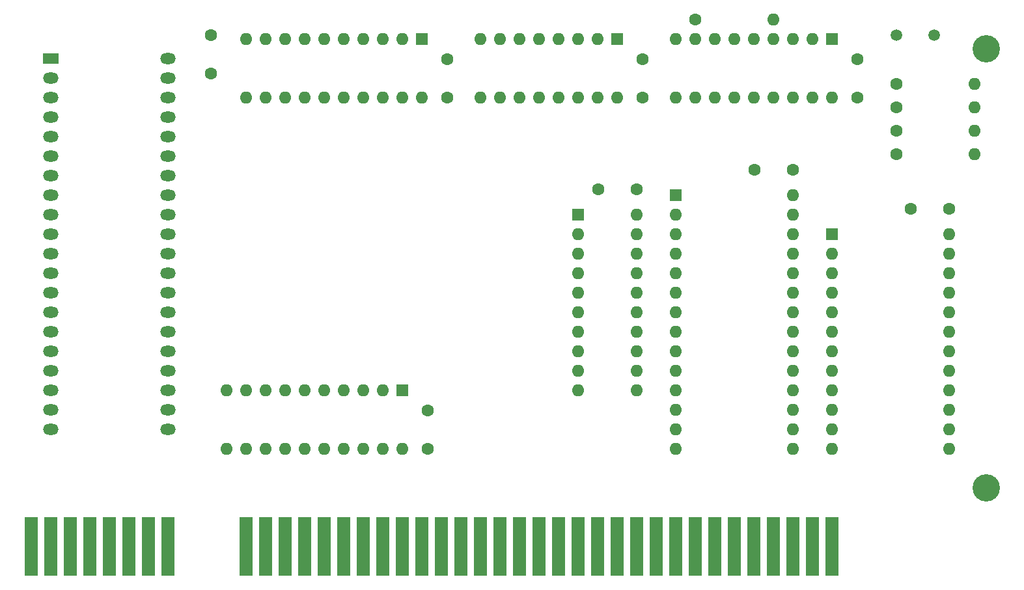
<source format=gbr>
G04 #@! TF.GenerationSoftware,KiCad,Pcbnew,(5.1.8)-1*
G04 #@! TF.CreationDate,2022-07-22T12:19:48-06:00*
G04 #@! TF.ProjectId,8088,38303838-2e6b-4696-9361-645f70636258,rev?*
G04 #@! TF.SameCoordinates,Original*
G04 #@! TF.FileFunction,Soldermask,Top*
G04 #@! TF.FilePolarity,Negative*
%FSLAX46Y46*%
G04 Gerber Fmt 4.6, Leading zero omitted, Abs format (unit mm)*
G04 Created by KiCad (PCBNEW (5.1.8)-1) date 2022-07-22 12:19:48*
%MOMM*%
%LPD*%
G01*
G04 APERTURE LIST*
%ADD10O,2.000000X1.440000*%
%ADD11R,2.000000X1.440000*%
%ADD12C,1.600000*%
%ADD13C,1.500000*%
%ADD14O,1.600000X1.600000*%
%ADD15R,1.600000X1.600000*%
%ADD16R,1.780000X7.620000*%
%ADD17C,3.556000*%
G04 APERTURE END LIST*
D10*
G04 #@! TO.C,U1*
X75176380Y-114528600D03*
X59936380Y-114528600D03*
X75176380Y-111988600D03*
X59936380Y-111988600D03*
X75176380Y-109448600D03*
X59936380Y-109448600D03*
X75176380Y-106908600D03*
X59936380Y-106908600D03*
X75176380Y-104368600D03*
X59936380Y-104368600D03*
X75176380Y-101828600D03*
X59936380Y-101828600D03*
X75176380Y-99288600D03*
X59936380Y-99288600D03*
X75176380Y-96748600D03*
X59936380Y-96748600D03*
X75176380Y-94208600D03*
X59936380Y-94208600D03*
X75176380Y-91668600D03*
X59936380Y-91668600D03*
X75176380Y-89128600D03*
X59936380Y-89128600D03*
X75176380Y-86588600D03*
X59936380Y-86588600D03*
X75176380Y-84048600D03*
X59936380Y-84048600D03*
X75176380Y-81508600D03*
X59936380Y-81508600D03*
X75176380Y-78968600D03*
X59936380Y-78968600D03*
X75176380Y-76428600D03*
X59936380Y-76428600D03*
X75176380Y-73888600D03*
X59936380Y-73888600D03*
X75176380Y-71348600D03*
X59936380Y-71348600D03*
X75176380Y-68808600D03*
X59936380Y-68808600D03*
X75176380Y-66268600D03*
D11*
X59936380Y-66268600D03*
G04 #@! TD*
D12*
G04 #@! TO.C,C1*
X80764380Y-68220600D03*
X80764380Y-63220600D03*
G04 #@! TD*
D13*
G04 #@! TO.C,Y1*
X174818380Y-63220600D03*
X169918380Y-63220600D03*
G04 #@! TD*
D14*
G04 #@! TO.C,U5*
X133596380Y-71348600D03*
X115816380Y-63728600D03*
X131056380Y-71348600D03*
X118356380Y-63728600D03*
X128516380Y-71348600D03*
X120896380Y-63728600D03*
X125976380Y-71348600D03*
X123436380Y-63728600D03*
X123436380Y-71348600D03*
X125976380Y-63728600D03*
X120896380Y-71348600D03*
X128516380Y-63728600D03*
X118356380Y-71348600D03*
X131056380Y-63728600D03*
X115816380Y-71348600D03*
D15*
X133596380Y-63728600D03*
G04 #@! TD*
D14*
G04 #@! TO.C,U8*
X176776380Y-89128600D03*
X161536380Y-117068600D03*
X176776380Y-91668600D03*
X161536380Y-114528600D03*
X176776380Y-94208600D03*
X161536380Y-111988600D03*
X176776380Y-96748600D03*
X161536380Y-109448600D03*
X176776380Y-99288600D03*
X161536380Y-106908600D03*
X176776380Y-101828600D03*
X161536380Y-104368600D03*
X176776380Y-104368600D03*
X161536380Y-101828600D03*
X176776380Y-106908600D03*
X161536380Y-99288600D03*
X176776380Y-109448600D03*
X161536380Y-96748600D03*
X176776380Y-111988600D03*
X161536380Y-94208600D03*
X176776380Y-114528600D03*
X161536380Y-91668600D03*
X176776380Y-117068600D03*
D15*
X161536380Y-89128600D03*
G04 #@! TD*
D14*
G04 #@! TO.C,U7*
X156456380Y-84048600D03*
X141216380Y-117068600D03*
X156456380Y-86588600D03*
X141216380Y-114528600D03*
X156456380Y-89128600D03*
X141216380Y-111988600D03*
X156456380Y-91668600D03*
X141216380Y-109448600D03*
X156456380Y-94208600D03*
X141216380Y-106908600D03*
X156456380Y-96748600D03*
X141216380Y-104368600D03*
X156456380Y-99288600D03*
X141216380Y-101828600D03*
X156456380Y-101828600D03*
X141216380Y-99288600D03*
X156456380Y-104368600D03*
X141216380Y-96748600D03*
X156456380Y-106908600D03*
X141216380Y-94208600D03*
X156456380Y-109448600D03*
X141216380Y-91668600D03*
X156456380Y-111988600D03*
X141216380Y-89128600D03*
X156456380Y-114528600D03*
X141216380Y-86588600D03*
X156456380Y-117068600D03*
D15*
X141216380Y-84048600D03*
G04 #@! TD*
D14*
G04 #@! TO.C,U6*
X161536380Y-71348600D03*
X141216380Y-63728600D03*
X158996380Y-71348600D03*
X143756380Y-63728600D03*
X156456380Y-71348600D03*
X146296380Y-63728600D03*
X153916380Y-71348600D03*
X148836380Y-63728600D03*
X151376380Y-71348600D03*
X151376380Y-63728600D03*
X148836380Y-71348600D03*
X153916380Y-63728600D03*
X146296380Y-71348600D03*
X156456380Y-63728600D03*
X143756380Y-71348600D03*
X158996380Y-63728600D03*
X141216380Y-71348600D03*
D15*
X161536380Y-63728600D03*
G04 #@! TD*
D14*
G04 #@! TO.C,R4*
X180078380Y-75666600D03*
D12*
X169918380Y-75666600D03*
G04 #@! TD*
D14*
G04 #@! TO.C,R2*
X180078380Y-69570600D03*
D12*
X169918380Y-69570600D03*
G04 #@! TD*
D14*
G04 #@! TO.C,R3*
X180078380Y-72618600D03*
D12*
X169918380Y-72618600D03*
G04 #@! TD*
D14*
G04 #@! TO.C,R1*
X153916380Y-61188600D03*
D12*
X143756380Y-61188600D03*
G04 #@! TD*
D14*
G04 #@! TO.C,R5*
X180078380Y-78714600D03*
D12*
X169918380Y-78714600D03*
G04 #@! TD*
G04 #@! TO.C,C8*
X176776380Y-85826600D03*
X171776380Y-85826600D03*
G04 #@! TD*
G04 #@! TO.C,C7*
X156456380Y-80746600D03*
X151456380Y-80746600D03*
G04 #@! TD*
G04 #@! TO.C,C6*
X164838380Y-71348600D03*
X164838380Y-66348600D03*
G04 #@! TD*
G04 #@! TO.C,C5*
X136898380Y-71348600D03*
X136898380Y-66348600D03*
G04 #@! TD*
D16*
G04 #@! TO.C,J1*
X57396380Y-129768600D03*
X59936380Y-129768600D03*
X62476380Y-129768600D03*
X65016380Y-129768600D03*
X67556380Y-129768600D03*
X70096380Y-129768600D03*
X72636380Y-129768600D03*
X75176380Y-129768600D03*
G04 #@! TD*
D14*
G04 #@! TO.C,U4*
X136136380Y-86588600D03*
X128516380Y-109448600D03*
X136136380Y-89128600D03*
X128516380Y-106908600D03*
X136136380Y-91668600D03*
X128516380Y-104368600D03*
X136136380Y-94208600D03*
X128516380Y-101828600D03*
X136136380Y-96748600D03*
X128516380Y-99288600D03*
X136136380Y-99288600D03*
X128516380Y-96748600D03*
X136136380Y-101828600D03*
X128516380Y-94208600D03*
X136136380Y-104368600D03*
X128516380Y-91668600D03*
X136136380Y-106908600D03*
X128516380Y-89128600D03*
X136136380Y-109448600D03*
D15*
X128516380Y-86588600D03*
G04 #@! TD*
D14*
G04 #@! TO.C,U2*
X108196380Y-71348600D03*
X85336380Y-63728600D03*
X105656380Y-71348600D03*
X87876380Y-63728600D03*
X103116380Y-71348600D03*
X90416380Y-63728600D03*
X100576380Y-71348600D03*
X92956380Y-63728600D03*
X98036380Y-71348600D03*
X95496380Y-63728600D03*
X95496380Y-71348600D03*
X98036380Y-63728600D03*
X92956380Y-71348600D03*
X100576380Y-63728600D03*
X90416380Y-71348600D03*
X103116380Y-63728600D03*
X87876380Y-71348600D03*
X105656380Y-63728600D03*
X85336380Y-71348600D03*
D15*
X108196380Y-63728600D03*
G04 #@! TD*
D14*
G04 #@! TO.C,U3*
X105656380Y-117068600D03*
X82796380Y-109448600D03*
X103116380Y-117068600D03*
X85336380Y-109448600D03*
X100576380Y-117068600D03*
X87876380Y-109448600D03*
X98036380Y-117068600D03*
X90416380Y-109448600D03*
X95496380Y-117068600D03*
X92956380Y-109448600D03*
X92956380Y-117068600D03*
X95496380Y-109448600D03*
X90416380Y-117068600D03*
X98036380Y-109448600D03*
X87876380Y-117068600D03*
X100576380Y-109448600D03*
X85336380Y-117068600D03*
X103116380Y-109448600D03*
X82796380Y-117068600D03*
D15*
X105656380Y-109448600D03*
G04 #@! TD*
D12*
G04 #@! TO.C,C4*
X136136380Y-83286600D03*
X131136380Y-83286600D03*
G04 #@! TD*
G04 #@! TO.C,C3*
X108958380Y-117068600D03*
X108958380Y-112068600D03*
G04 #@! TD*
G04 #@! TO.C,C2*
X111498380Y-71348600D03*
X111498380Y-66348600D03*
G04 #@! TD*
D16*
G04 #@! TO.C,J9*
X85336380Y-129768600D03*
X87876380Y-129768600D03*
X90416380Y-129768600D03*
X92956380Y-129768600D03*
X95496380Y-129768600D03*
X98036380Y-129768600D03*
X100576380Y-129768600D03*
X103116380Y-129768600D03*
X105656380Y-129768600D03*
X108196380Y-129768600D03*
X110736380Y-129768600D03*
X113276380Y-129768600D03*
X115816380Y-129768600D03*
X118356380Y-129768600D03*
X120896380Y-129768600D03*
X123436380Y-129768600D03*
X125976380Y-129768600D03*
X128516380Y-129768600D03*
X131056380Y-129768600D03*
X133596380Y-129768600D03*
X136136380Y-129768600D03*
X138676380Y-129768600D03*
X141216380Y-129768600D03*
X143756380Y-129768600D03*
X146296380Y-129768600D03*
X148836380Y-129768600D03*
X151376380Y-129768600D03*
X153916380Y-129768600D03*
X156456380Y-129768600D03*
X158996380Y-129768600D03*
X161536380Y-129768600D03*
G04 #@! TD*
D17*
G04 #@! TO.C,R*
X181602380Y-122148600D03*
G04 #@! TD*
G04 #@! TO.C,R*
X181602380Y-64998600D03*
G04 #@! TD*
M02*

</source>
